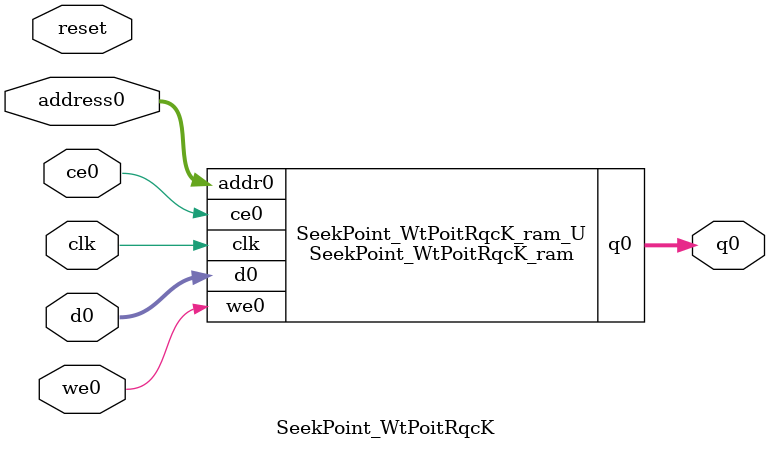
<source format=v>
`timescale 1 ns / 1 ps
module SeekPoint_WtPoitRqcK_ram (addr0, ce0, d0, we0, q0,  clk);

parameter DWIDTH = 32;
parameter AWIDTH = 13;
parameter MEM_SIZE = 5000;

input[AWIDTH-1:0] addr0;
input ce0;
input[DWIDTH-1:0] d0;
input we0;
output reg[DWIDTH-1:0] q0;
input clk;

(* ram_style = "block" *)reg [DWIDTH-1:0] ram[0:MEM_SIZE-1];




always @(posedge clk)  
begin 
    if (ce0) 
    begin
        if (we0) 
        begin 
            ram[addr0] <= d0; 
        end 
        q0 <= ram[addr0];
    end
end


endmodule

`timescale 1 ns / 1 ps
module SeekPoint_WtPoitRqcK(
    reset,
    clk,
    address0,
    ce0,
    we0,
    d0,
    q0);

parameter DataWidth = 32'd32;
parameter AddressRange = 32'd5000;
parameter AddressWidth = 32'd13;
input reset;
input clk;
input[AddressWidth - 1:0] address0;
input ce0;
input we0;
input[DataWidth - 1:0] d0;
output[DataWidth - 1:0] q0;



SeekPoint_WtPoitRqcK_ram SeekPoint_WtPoitRqcK_ram_U(
    .clk( clk ),
    .addr0( address0 ),
    .ce0( ce0 ),
    .we0( we0 ),
    .d0( d0 ),
    .q0( q0 ));

endmodule


</source>
